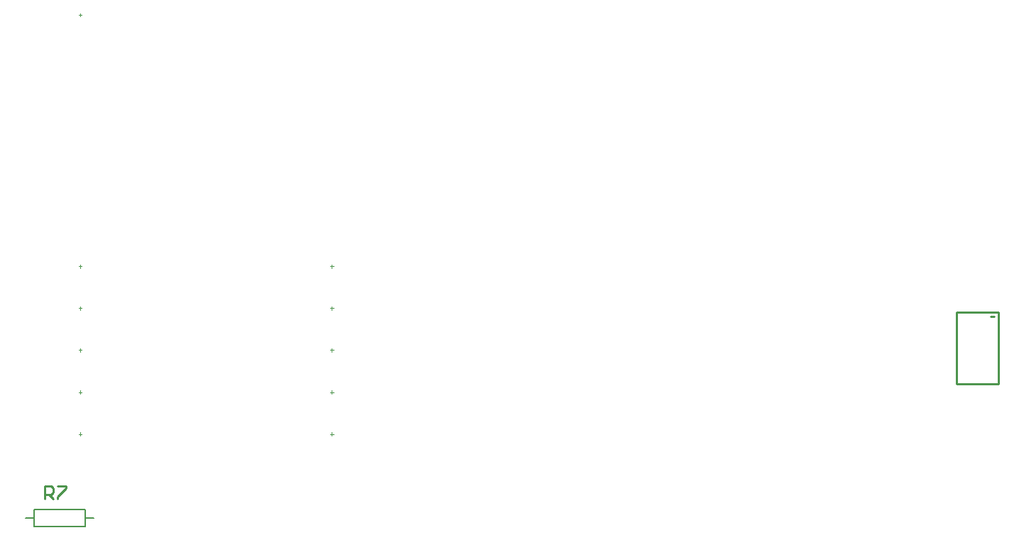
<source format=gbo>
G04*
G04 #@! TF.GenerationSoftware,Altium Limited,Altium Designer,21.8.1 (53)*
G04*
G04 Layer_Color=32896*
%FSLAX43Y43*%
%MOMM*%
G71*
G04*
G04 #@! TF.SameCoordinates,254FD313-6811-457E-9EF1-8F19C8A8C8A9*
G04*
G04*
G04 #@! TF.FilePolarity,Positive*
G04*
G01*
G75*
%ADD11C,0.200*%
%ADD13C,0.254*%
%ADD14C,0.100*%
D11*
X90548Y32500D02*
X91564D01*
X83436D02*
X84452D01*
Y33516D02*
X90548D01*
Y31484D02*
Y33516D01*
X84452Y31484D02*
X90548D01*
X84452D02*
Y33516D01*
D13*
X198500Y56500D02*
X199000D01*
X194500Y48500D02*
X199500D01*
X194500D02*
Y57000D01*
X199500Y48500D02*
Y57000D01*
X194500D02*
X199500D01*
X85730Y34738D02*
Y36262D01*
X86492D01*
X86746Y36008D01*
Y35500D01*
X86492Y35246D01*
X85730D01*
X86238D02*
X86746Y34738D01*
X87254Y36262D02*
X88270D01*
Y36008D01*
X87254Y34992D01*
Y34738D01*
D14*
X120000Y57300D02*
Y57700D01*
X119800Y57500D02*
X120200D01*
X120000Y52300D02*
Y52700D01*
X119800Y52500D02*
X120200D01*
X120000Y47300D02*
Y47700D01*
X119800Y47500D02*
X120200D01*
X120000Y42300D02*
Y42700D01*
X119800Y42500D02*
X120200D01*
X90000Y92300D02*
Y92700D01*
X89800Y92500D02*
X90200D01*
X90000Y62300D02*
Y62700D01*
X89800Y62500D02*
X90200D01*
X90000Y42300D02*
Y42700D01*
X89800Y42500D02*
X90200D01*
X90000Y57300D02*
Y57700D01*
X89800Y57500D02*
X90200D01*
X90000Y52300D02*
Y52700D01*
X89800Y52500D02*
X90200D01*
X90000Y47300D02*
Y47700D01*
X89800Y47500D02*
X90200D01*
X120000Y62300D02*
Y62700D01*
X119800Y62500D02*
X120200D01*
M02*

</source>
